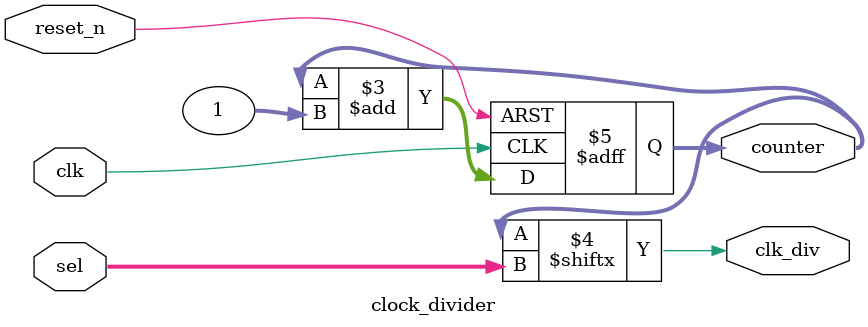
<source format=v>
`timescale 1ns / 1ps

module clock_divider( 
                     input wire clk,
                     input wire reset_n,
                     input wire [4:0] sel,
                     output wire clk_div,
                     output reg [31:0] counter
                    );
                    
                    always@(posedge clk or negedge reset_n) begin
                        if (!reset_n)
                            counter <= 32'b0;
                        else
                            counter <= counter + 1;
                    end
                    
                    assign clk_div = counter [sel];
 
endmodule

</source>
